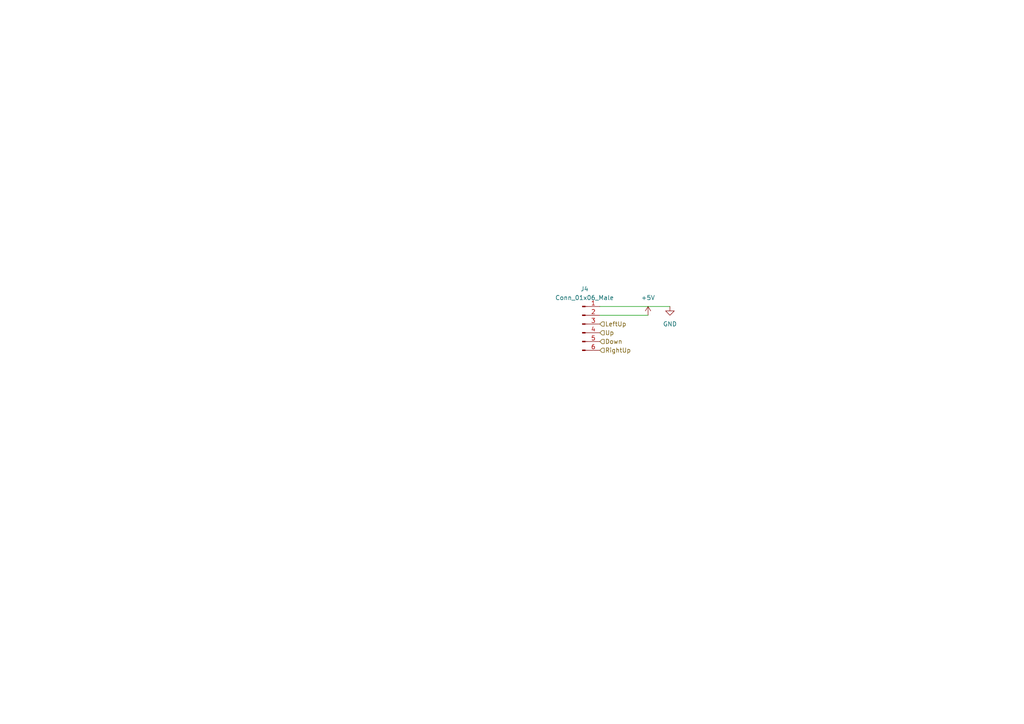
<source format=kicad_sch>
(kicad_sch (version 20211123) (generator eeschema)
  (paper "A4")
  (lib_symbols
    (symbol "Connector:Conn_01x06_Male" (pin_names (offset 1.016) hide)
      (property "Reference" "J" (at 0 7.62 0))
      (property "Value" "Conn_01x06_Male" (at 0 -10.16 0))
      (symbol "Conn_01x06_Male_1_1"
        (polyline (pts (xy 1.27 -7.62) (xy 0.8636 -7.62)) (stroke (width 0.1524)))
        (polyline (pts (xy 1.27 -5.08) (xy 0.8636 -5.08)) (stroke (width 0.1524)))
        (polyline (pts (xy 1.27 -2.54) (xy 0.8636 -2.54)) (stroke (width 0.1524)))
        (polyline (pts (xy 1.27 0) (xy 0.8636 0)) (stroke (width 0.1524)))
        (polyline (pts (xy 1.27 2.54) (xy 0.8636 2.54)) (stroke (width 0.1524)))
        (polyline (pts (xy 1.27 5.08) (xy 0.8636 5.08)) (stroke (width 0.1524)))
        (rectangle (start 0.8636 -7.493) (end 0 -7.747) (stroke (width 0.1524)) (fill (type outline)))
        (rectangle (start 0.8636 -4.953) (end 0 -5.207) (stroke (width 0.1524)) (fill (type outline)))
        (rectangle (start 0.8636 -2.413) (end 0 -2.667) (stroke (width 0.1524)) (fill (type outline)))
        (rectangle (start 0.8636 0.127) (end 0 -0.127) (stroke (width 0.1524)) (fill (type outline)))
        (rectangle (start 0.8636 2.667) (end 0 2.413) (stroke (width 0.1524)) (fill (type outline)))
        (rectangle (start 0.8636 5.207) (end 0 4.953) (stroke (width 0.1524)) (fill (type outline)))
        (pin passive line (at 5.08 5.08 180) (length 3.81) (name "Pin_1") (number "1"))
        (pin passive line (at 5.08 2.54 180) (length 3.81) (name "Pin_2") (number "2"))
        (pin passive line (at 5.08 0 180) (length 3.81) (name "Pin_3") (number "3"))
        (pin passive line (at 5.08 -2.54 180) (length 3.81) (name "Pin_4") (number "4"))
        (pin passive line (at 5.08 -5.08 180) (length 3.81) (name "Pin_5") (number "5"))
        (pin passive line (at 5.08 -7.62 180) (length 3.81) (name "Pin_6") (number "6"))
      )
    )
    (symbol "power:+5V" (power) (pin_names (offset 0))
      (property "Value" "+5V" (at 0 3.556 0))
      (symbol "+5V_0_1"
        (polyline (pts (xy -0.762 1.27) (xy 0 2.54)))
        (polyline (pts (xy 0 0) (xy 0 2.54)))
        (polyline (pts (xy 0 2.54) (xy 0.762 1.27)))
      )
      (symbol "+5V_1_1"
        (pin power_in line (at 0 0 90) (length 0) hide (name "+5V") (number "1"))
      )
    )
    (symbol "power:GND" (power) (pin_names (offset 0))
      (property "Value" "GND" (at 0 -3.81 0))
      (symbol "GND_0_1"
        (polyline (pts (xy 0 0) (xy 0 -1.27) (xy 1.27 -1.27) (xy 0 -2.54) (xy -1.27 -1.27) (xy 0 -1.27)))
      )
      (symbol "GND_1_1"
        (pin power_in line (at 0 0 270) (length 0) hide (name "GND") (number "1"))
      )
    )
  )
  (wire (pts (xy 173.99 88.9) (xy 194.31 88.9)))
  (wire (pts (xy 173.99 91.44) (xy 187.96 91.44)))
  (hierarchical_label "RightUp" (shape input) (at 173.99 101.6 0))
  (hierarchical_label "Up" (shape input) (at 173.99 96.52 0))
  (hierarchical_label "LeftUp" (shape input) (at 173.99 93.98 0))
  (hierarchical_label "Down" (shape input) (at 173.99 99.06 0))
  (symbol (lib_id "Connector:Conn_01x06_Male") (at 168.91 93.98 0) (unit 1)
    (property "Reference" "J4" (at 169.545 83.82 0))
    (property "Value" "Conn_01x06_Male" (at 169.545 86.36 0))
    (property "Footprint" "Connector_JST:JST_XH_B6B-XH-A_1x06_P2.50mm_Vertical" (effects hide))
  )
  (symbol (lib_id "power:+5V") (at 187.96 91.44 0) (unit 1)
    (property "Reference" "#PWR013" (effects hide))
    (property "Value" "+5V" (at 187.96 86.36 0))
  )
  (symbol (lib_id "power:GND") (at 194.31 88.9 0) (unit 1)
    (property "Reference" "#PWR014" (effects hide))
    (property "Value" "GND" (at 194.31 93.98 0))
  )
)
</source>
